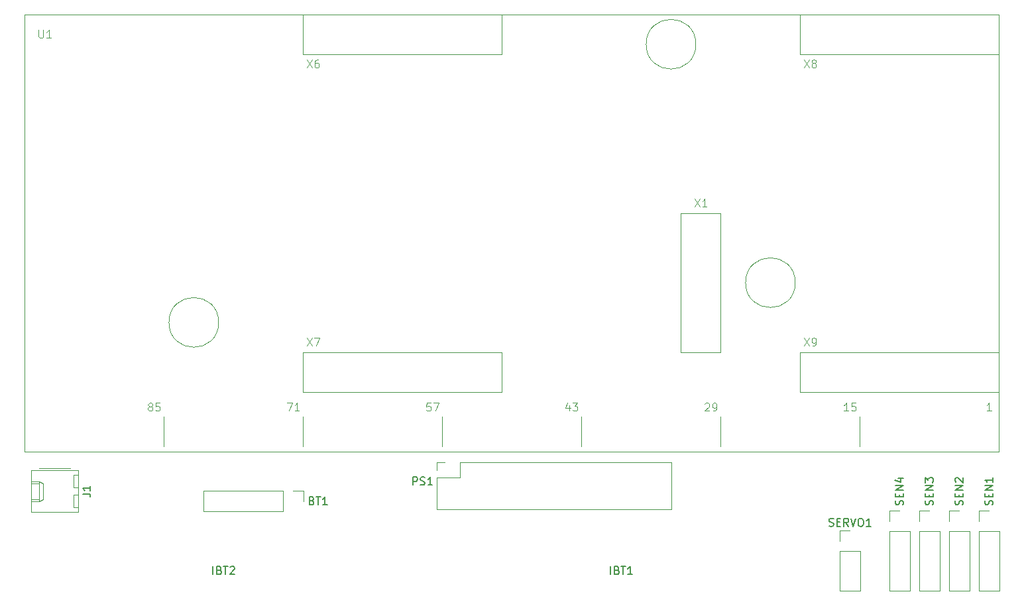
<source format=gto>
%TF.GenerationSoftware,KiCad,Pcbnew,8.0.7*%
%TF.CreationDate,2025-04-14T19:46:08-06:00*%
%TF.ProjectId,shield_r0.2,73686965-6c64-45f7-9230-2e322e6b6963,rev?*%
%TF.SameCoordinates,Original*%
%TF.FileFunction,Legend,Top*%
%TF.FilePolarity,Positive*%
%FSLAX46Y46*%
G04 Gerber Fmt 4.6, Leading zero omitted, Abs format (unit mm)*
G04 Created by KiCad (PCBNEW 8.0.7) date 2025-04-14 19:46:08*
%MOMM*%
%LPD*%
G01*
G04 APERTURE LIST*
%ADD10C,0.150000*%
%ADD11C,0.100000*%
%ADD12C,0.120000*%
G04 APERTURE END LIST*
D10*
X8654819Y-62563333D02*
X9369104Y-62563333D01*
X9369104Y-62563333D02*
X9511961Y-62610952D01*
X9511961Y-62610952D02*
X9607200Y-62706190D01*
X9607200Y-62706190D02*
X9654819Y-62849047D01*
X9654819Y-62849047D02*
X9654819Y-62944285D01*
X9654819Y-61563333D02*
X9654819Y-62134761D01*
X9654819Y-61849047D02*
X8654819Y-61849047D01*
X8654819Y-61849047D02*
X8797676Y-61944285D01*
X8797676Y-61944285D02*
X8892914Y-62039523D01*
X8892914Y-62039523D02*
X8940533Y-62134761D01*
X50855714Y-61414819D02*
X50855714Y-60414819D01*
X50855714Y-60414819D02*
X51236666Y-60414819D01*
X51236666Y-60414819D02*
X51331904Y-60462438D01*
X51331904Y-60462438D02*
X51379523Y-60510057D01*
X51379523Y-60510057D02*
X51427142Y-60605295D01*
X51427142Y-60605295D02*
X51427142Y-60748152D01*
X51427142Y-60748152D02*
X51379523Y-60843390D01*
X51379523Y-60843390D02*
X51331904Y-60891009D01*
X51331904Y-60891009D02*
X51236666Y-60938628D01*
X51236666Y-60938628D02*
X50855714Y-60938628D01*
X51808095Y-61367200D02*
X51950952Y-61414819D01*
X51950952Y-61414819D02*
X52189047Y-61414819D01*
X52189047Y-61414819D02*
X52284285Y-61367200D01*
X52284285Y-61367200D02*
X52331904Y-61319580D01*
X52331904Y-61319580D02*
X52379523Y-61224342D01*
X52379523Y-61224342D02*
X52379523Y-61129104D01*
X52379523Y-61129104D02*
X52331904Y-61033866D01*
X52331904Y-61033866D02*
X52284285Y-60986247D01*
X52284285Y-60986247D02*
X52189047Y-60938628D01*
X52189047Y-60938628D02*
X51998571Y-60891009D01*
X51998571Y-60891009D02*
X51903333Y-60843390D01*
X51903333Y-60843390D02*
X51855714Y-60795771D01*
X51855714Y-60795771D02*
X51808095Y-60700533D01*
X51808095Y-60700533D02*
X51808095Y-60605295D01*
X51808095Y-60605295D02*
X51855714Y-60510057D01*
X51855714Y-60510057D02*
X51903333Y-60462438D01*
X51903333Y-60462438D02*
X51998571Y-60414819D01*
X51998571Y-60414819D02*
X52236666Y-60414819D01*
X52236666Y-60414819D02*
X52379523Y-60462438D01*
X53331904Y-61414819D02*
X52760476Y-61414819D01*
X53046190Y-61414819D02*
X53046190Y-60414819D01*
X53046190Y-60414819D02*
X52950952Y-60557676D01*
X52950952Y-60557676D02*
X52855714Y-60652914D01*
X52855714Y-60652914D02*
X52760476Y-60700533D01*
X104013333Y-66657200D02*
X104156190Y-66704819D01*
X104156190Y-66704819D02*
X104394285Y-66704819D01*
X104394285Y-66704819D02*
X104489523Y-66657200D01*
X104489523Y-66657200D02*
X104537142Y-66609580D01*
X104537142Y-66609580D02*
X104584761Y-66514342D01*
X104584761Y-66514342D02*
X104584761Y-66419104D01*
X104584761Y-66419104D02*
X104537142Y-66323866D01*
X104537142Y-66323866D02*
X104489523Y-66276247D01*
X104489523Y-66276247D02*
X104394285Y-66228628D01*
X104394285Y-66228628D02*
X104203809Y-66181009D01*
X104203809Y-66181009D02*
X104108571Y-66133390D01*
X104108571Y-66133390D02*
X104060952Y-66085771D01*
X104060952Y-66085771D02*
X104013333Y-65990533D01*
X104013333Y-65990533D02*
X104013333Y-65895295D01*
X104013333Y-65895295D02*
X104060952Y-65800057D01*
X104060952Y-65800057D02*
X104108571Y-65752438D01*
X104108571Y-65752438D02*
X104203809Y-65704819D01*
X104203809Y-65704819D02*
X104441904Y-65704819D01*
X104441904Y-65704819D02*
X104584761Y-65752438D01*
X105013333Y-66181009D02*
X105346666Y-66181009D01*
X105489523Y-66704819D02*
X105013333Y-66704819D01*
X105013333Y-66704819D02*
X105013333Y-65704819D01*
X105013333Y-65704819D02*
X105489523Y-65704819D01*
X106489523Y-66704819D02*
X106156190Y-66228628D01*
X105918095Y-66704819D02*
X105918095Y-65704819D01*
X105918095Y-65704819D02*
X106299047Y-65704819D01*
X106299047Y-65704819D02*
X106394285Y-65752438D01*
X106394285Y-65752438D02*
X106441904Y-65800057D01*
X106441904Y-65800057D02*
X106489523Y-65895295D01*
X106489523Y-65895295D02*
X106489523Y-66038152D01*
X106489523Y-66038152D02*
X106441904Y-66133390D01*
X106441904Y-66133390D02*
X106394285Y-66181009D01*
X106394285Y-66181009D02*
X106299047Y-66228628D01*
X106299047Y-66228628D02*
X105918095Y-66228628D01*
X106775238Y-65704819D02*
X107108571Y-66704819D01*
X107108571Y-66704819D02*
X107441904Y-65704819D01*
X107965714Y-65704819D02*
X108156190Y-65704819D01*
X108156190Y-65704819D02*
X108251428Y-65752438D01*
X108251428Y-65752438D02*
X108346666Y-65847676D01*
X108346666Y-65847676D02*
X108394285Y-66038152D01*
X108394285Y-66038152D02*
X108394285Y-66371485D01*
X108394285Y-66371485D02*
X108346666Y-66561961D01*
X108346666Y-66561961D02*
X108251428Y-66657200D01*
X108251428Y-66657200D02*
X108156190Y-66704819D01*
X108156190Y-66704819D02*
X107965714Y-66704819D01*
X107965714Y-66704819D02*
X107870476Y-66657200D01*
X107870476Y-66657200D02*
X107775238Y-66561961D01*
X107775238Y-66561961D02*
X107727619Y-66371485D01*
X107727619Y-66371485D02*
X107727619Y-66038152D01*
X107727619Y-66038152D02*
X107775238Y-65847676D01*
X107775238Y-65847676D02*
X107870476Y-65752438D01*
X107870476Y-65752438D02*
X107965714Y-65704819D01*
X109346666Y-66704819D02*
X108775238Y-66704819D01*
X109060952Y-66704819D02*
X109060952Y-65704819D01*
X109060952Y-65704819D02*
X108965714Y-65847676D01*
X108965714Y-65847676D02*
X108870476Y-65942914D01*
X108870476Y-65942914D02*
X108775238Y-65990533D01*
D11*
X3048095Y-3267419D02*
X3048095Y-4076942D01*
X3048095Y-4076942D02*
X3095714Y-4172180D01*
X3095714Y-4172180D02*
X3143333Y-4219800D01*
X3143333Y-4219800D02*
X3238571Y-4267419D01*
X3238571Y-4267419D02*
X3429047Y-4267419D01*
X3429047Y-4267419D02*
X3524285Y-4219800D01*
X3524285Y-4219800D02*
X3571904Y-4172180D01*
X3571904Y-4172180D02*
X3619523Y-4076942D01*
X3619523Y-4076942D02*
X3619523Y-3267419D01*
X4619523Y-4267419D02*
X4048095Y-4267419D01*
X4333809Y-4267419D02*
X4333809Y-3267419D01*
X4333809Y-3267419D02*
X4238571Y-3410276D01*
X4238571Y-3410276D02*
X4143333Y-3505514D01*
X4143333Y-3505514D02*
X4048095Y-3553133D01*
X53101904Y-50942419D02*
X52625714Y-50942419D01*
X52625714Y-50942419D02*
X52578095Y-51418609D01*
X52578095Y-51418609D02*
X52625714Y-51370990D01*
X52625714Y-51370990D02*
X52720952Y-51323371D01*
X52720952Y-51323371D02*
X52959047Y-51323371D01*
X52959047Y-51323371D02*
X53054285Y-51370990D01*
X53054285Y-51370990D02*
X53101904Y-51418609D01*
X53101904Y-51418609D02*
X53149523Y-51513847D01*
X53149523Y-51513847D02*
X53149523Y-51751942D01*
X53149523Y-51751942D02*
X53101904Y-51847180D01*
X53101904Y-51847180D02*
X53054285Y-51894800D01*
X53054285Y-51894800D02*
X52959047Y-51942419D01*
X52959047Y-51942419D02*
X52720952Y-51942419D01*
X52720952Y-51942419D02*
X52625714Y-51894800D01*
X52625714Y-51894800D02*
X52578095Y-51847180D01*
X53482857Y-50942419D02*
X54149523Y-50942419D01*
X54149523Y-50942419D02*
X53720952Y-51942419D01*
X86820476Y-24857419D02*
X87487142Y-25857419D01*
X87487142Y-24857419D02*
X86820476Y-25857419D01*
X88391904Y-25857419D02*
X87820476Y-25857419D01*
X88106190Y-25857419D02*
X88106190Y-24857419D01*
X88106190Y-24857419D02*
X88010952Y-25000276D01*
X88010952Y-25000276D02*
X87915714Y-25095514D01*
X87915714Y-25095514D02*
X87820476Y-25143133D01*
X124745714Y-51942419D02*
X124174286Y-51942419D01*
X124460000Y-51942419D02*
X124460000Y-50942419D01*
X124460000Y-50942419D02*
X124364762Y-51085276D01*
X124364762Y-51085276D02*
X124269524Y-51180514D01*
X124269524Y-51180514D02*
X124174286Y-51228133D01*
X37290476Y-42637419D02*
X37957142Y-43637419D01*
X37957142Y-42637419D02*
X37290476Y-43637419D01*
X38242857Y-42637419D02*
X38909523Y-42637419D01*
X38909523Y-42637419D02*
X38480952Y-43637419D01*
X34750476Y-50942419D02*
X35417142Y-50942419D01*
X35417142Y-50942419D02*
X34988571Y-51942419D01*
X36321904Y-51942419D02*
X35750476Y-51942419D01*
X36036190Y-51942419D02*
X36036190Y-50942419D01*
X36036190Y-50942419D02*
X35940952Y-51085276D01*
X35940952Y-51085276D02*
X35845714Y-51180514D01*
X35845714Y-51180514D02*
X35750476Y-51228133D01*
X100790476Y-42637419D02*
X101457142Y-43637419D01*
X101457142Y-42637419D02*
X100790476Y-43637419D01*
X101885714Y-43637419D02*
X102076190Y-43637419D01*
X102076190Y-43637419D02*
X102171428Y-43589800D01*
X102171428Y-43589800D02*
X102219047Y-43542180D01*
X102219047Y-43542180D02*
X102314285Y-43399323D01*
X102314285Y-43399323D02*
X102361904Y-43208847D01*
X102361904Y-43208847D02*
X102361904Y-42827895D01*
X102361904Y-42827895D02*
X102314285Y-42732657D01*
X102314285Y-42732657D02*
X102266666Y-42685038D01*
X102266666Y-42685038D02*
X102171428Y-42637419D01*
X102171428Y-42637419D02*
X101980952Y-42637419D01*
X101980952Y-42637419D02*
X101885714Y-42685038D01*
X101885714Y-42685038D02*
X101838095Y-42732657D01*
X101838095Y-42732657D02*
X101790476Y-42827895D01*
X101790476Y-42827895D02*
X101790476Y-43065990D01*
X101790476Y-43065990D02*
X101838095Y-43161228D01*
X101838095Y-43161228D02*
X101885714Y-43208847D01*
X101885714Y-43208847D02*
X101980952Y-43256466D01*
X101980952Y-43256466D02*
X102171428Y-43256466D01*
X102171428Y-43256466D02*
X102266666Y-43208847D01*
X102266666Y-43208847D02*
X102314285Y-43161228D01*
X102314285Y-43161228D02*
X102361904Y-43065990D01*
X100790476Y-7077419D02*
X101457142Y-8077419D01*
X101457142Y-7077419D02*
X100790476Y-8077419D01*
X101980952Y-7505990D02*
X101885714Y-7458371D01*
X101885714Y-7458371D02*
X101838095Y-7410752D01*
X101838095Y-7410752D02*
X101790476Y-7315514D01*
X101790476Y-7315514D02*
X101790476Y-7267895D01*
X101790476Y-7267895D02*
X101838095Y-7172657D01*
X101838095Y-7172657D02*
X101885714Y-7125038D01*
X101885714Y-7125038D02*
X101980952Y-7077419D01*
X101980952Y-7077419D02*
X102171428Y-7077419D01*
X102171428Y-7077419D02*
X102266666Y-7125038D01*
X102266666Y-7125038D02*
X102314285Y-7172657D01*
X102314285Y-7172657D02*
X102361904Y-7267895D01*
X102361904Y-7267895D02*
X102361904Y-7315514D01*
X102361904Y-7315514D02*
X102314285Y-7410752D01*
X102314285Y-7410752D02*
X102266666Y-7458371D01*
X102266666Y-7458371D02*
X102171428Y-7505990D01*
X102171428Y-7505990D02*
X101980952Y-7505990D01*
X101980952Y-7505990D02*
X101885714Y-7553609D01*
X101885714Y-7553609D02*
X101838095Y-7601228D01*
X101838095Y-7601228D02*
X101790476Y-7696466D01*
X101790476Y-7696466D02*
X101790476Y-7886942D01*
X101790476Y-7886942D02*
X101838095Y-7982180D01*
X101838095Y-7982180D02*
X101885714Y-8029800D01*
X101885714Y-8029800D02*
X101980952Y-8077419D01*
X101980952Y-8077419D02*
X102171428Y-8077419D01*
X102171428Y-8077419D02*
X102266666Y-8029800D01*
X102266666Y-8029800D02*
X102314285Y-7982180D01*
X102314285Y-7982180D02*
X102361904Y-7886942D01*
X102361904Y-7886942D02*
X102361904Y-7696466D01*
X102361904Y-7696466D02*
X102314285Y-7601228D01*
X102314285Y-7601228D02*
X102266666Y-7553609D01*
X102266666Y-7553609D02*
X102171428Y-7505990D01*
X37290476Y-7077419D02*
X37957142Y-8077419D01*
X37957142Y-7077419D02*
X37290476Y-8077419D01*
X38766666Y-7077419D02*
X38576190Y-7077419D01*
X38576190Y-7077419D02*
X38480952Y-7125038D01*
X38480952Y-7125038D02*
X38433333Y-7172657D01*
X38433333Y-7172657D02*
X38338095Y-7315514D01*
X38338095Y-7315514D02*
X38290476Y-7505990D01*
X38290476Y-7505990D02*
X38290476Y-7886942D01*
X38290476Y-7886942D02*
X38338095Y-7982180D01*
X38338095Y-7982180D02*
X38385714Y-8029800D01*
X38385714Y-8029800D02*
X38480952Y-8077419D01*
X38480952Y-8077419D02*
X38671428Y-8077419D01*
X38671428Y-8077419D02*
X38766666Y-8029800D01*
X38766666Y-8029800D02*
X38814285Y-7982180D01*
X38814285Y-7982180D02*
X38861904Y-7886942D01*
X38861904Y-7886942D02*
X38861904Y-7648847D01*
X38861904Y-7648847D02*
X38814285Y-7553609D01*
X38814285Y-7553609D02*
X38766666Y-7505990D01*
X38766666Y-7505990D02*
X38671428Y-7458371D01*
X38671428Y-7458371D02*
X38480952Y-7458371D01*
X38480952Y-7458371D02*
X38385714Y-7505990D01*
X38385714Y-7505990D02*
X38338095Y-7553609D01*
X38338095Y-7553609D02*
X38290476Y-7648847D01*
X106489523Y-51942419D02*
X105918095Y-51942419D01*
X106203809Y-51942419D02*
X106203809Y-50942419D01*
X106203809Y-50942419D02*
X106108571Y-51085276D01*
X106108571Y-51085276D02*
X106013333Y-51180514D01*
X106013333Y-51180514D02*
X105918095Y-51228133D01*
X107394285Y-50942419D02*
X106918095Y-50942419D01*
X106918095Y-50942419D02*
X106870476Y-51418609D01*
X106870476Y-51418609D02*
X106918095Y-51370990D01*
X106918095Y-51370990D02*
X107013333Y-51323371D01*
X107013333Y-51323371D02*
X107251428Y-51323371D01*
X107251428Y-51323371D02*
X107346666Y-51370990D01*
X107346666Y-51370990D02*
X107394285Y-51418609D01*
X107394285Y-51418609D02*
X107441904Y-51513847D01*
X107441904Y-51513847D02*
X107441904Y-51751942D01*
X107441904Y-51751942D02*
X107394285Y-51847180D01*
X107394285Y-51847180D02*
X107346666Y-51894800D01*
X107346666Y-51894800D02*
X107251428Y-51942419D01*
X107251428Y-51942419D02*
X107013333Y-51942419D01*
X107013333Y-51942419D02*
X106918095Y-51894800D01*
X106918095Y-51894800D02*
X106870476Y-51847180D01*
X88138095Y-51037657D02*
X88185714Y-50990038D01*
X88185714Y-50990038D02*
X88280952Y-50942419D01*
X88280952Y-50942419D02*
X88519047Y-50942419D01*
X88519047Y-50942419D02*
X88614285Y-50990038D01*
X88614285Y-50990038D02*
X88661904Y-51037657D01*
X88661904Y-51037657D02*
X88709523Y-51132895D01*
X88709523Y-51132895D02*
X88709523Y-51228133D01*
X88709523Y-51228133D02*
X88661904Y-51370990D01*
X88661904Y-51370990D02*
X88090476Y-51942419D01*
X88090476Y-51942419D02*
X88709523Y-51942419D01*
X89185714Y-51942419D02*
X89376190Y-51942419D01*
X89376190Y-51942419D02*
X89471428Y-51894800D01*
X89471428Y-51894800D02*
X89519047Y-51847180D01*
X89519047Y-51847180D02*
X89614285Y-51704323D01*
X89614285Y-51704323D02*
X89661904Y-51513847D01*
X89661904Y-51513847D02*
X89661904Y-51132895D01*
X89661904Y-51132895D02*
X89614285Y-51037657D01*
X89614285Y-51037657D02*
X89566666Y-50990038D01*
X89566666Y-50990038D02*
X89471428Y-50942419D01*
X89471428Y-50942419D02*
X89280952Y-50942419D01*
X89280952Y-50942419D02*
X89185714Y-50990038D01*
X89185714Y-50990038D02*
X89138095Y-51037657D01*
X89138095Y-51037657D02*
X89090476Y-51132895D01*
X89090476Y-51132895D02*
X89090476Y-51370990D01*
X89090476Y-51370990D02*
X89138095Y-51466228D01*
X89138095Y-51466228D02*
X89185714Y-51513847D01*
X89185714Y-51513847D02*
X89280952Y-51561466D01*
X89280952Y-51561466D02*
X89471428Y-51561466D01*
X89471428Y-51561466D02*
X89566666Y-51513847D01*
X89566666Y-51513847D02*
X89614285Y-51466228D01*
X89614285Y-51466228D02*
X89661904Y-51370990D01*
X70834285Y-51275752D02*
X70834285Y-51942419D01*
X70596190Y-50894800D02*
X70358095Y-51609085D01*
X70358095Y-51609085D02*
X70977142Y-51609085D01*
X71262857Y-50942419D02*
X71881904Y-50942419D01*
X71881904Y-50942419D02*
X71548571Y-51323371D01*
X71548571Y-51323371D02*
X71691428Y-51323371D01*
X71691428Y-51323371D02*
X71786666Y-51370990D01*
X71786666Y-51370990D02*
X71834285Y-51418609D01*
X71834285Y-51418609D02*
X71881904Y-51513847D01*
X71881904Y-51513847D02*
X71881904Y-51751942D01*
X71881904Y-51751942D02*
X71834285Y-51847180D01*
X71834285Y-51847180D02*
X71786666Y-51894800D01*
X71786666Y-51894800D02*
X71691428Y-51942419D01*
X71691428Y-51942419D02*
X71405714Y-51942419D01*
X71405714Y-51942419D02*
X71310476Y-51894800D01*
X71310476Y-51894800D02*
X71262857Y-51847180D01*
X17208571Y-51370990D02*
X17113333Y-51323371D01*
X17113333Y-51323371D02*
X17065714Y-51275752D01*
X17065714Y-51275752D02*
X17018095Y-51180514D01*
X17018095Y-51180514D02*
X17018095Y-51132895D01*
X17018095Y-51132895D02*
X17065714Y-51037657D01*
X17065714Y-51037657D02*
X17113333Y-50990038D01*
X17113333Y-50990038D02*
X17208571Y-50942419D01*
X17208571Y-50942419D02*
X17399047Y-50942419D01*
X17399047Y-50942419D02*
X17494285Y-50990038D01*
X17494285Y-50990038D02*
X17541904Y-51037657D01*
X17541904Y-51037657D02*
X17589523Y-51132895D01*
X17589523Y-51132895D02*
X17589523Y-51180514D01*
X17589523Y-51180514D02*
X17541904Y-51275752D01*
X17541904Y-51275752D02*
X17494285Y-51323371D01*
X17494285Y-51323371D02*
X17399047Y-51370990D01*
X17399047Y-51370990D02*
X17208571Y-51370990D01*
X17208571Y-51370990D02*
X17113333Y-51418609D01*
X17113333Y-51418609D02*
X17065714Y-51466228D01*
X17065714Y-51466228D02*
X17018095Y-51561466D01*
X17018095Y-51561466D02*
X17018095Y-51751942D01*
X17018095Y-51751942D02*
X17065714Y-51847180D01*
X17065714Y-51847180D02*
X17113333Y-51894800D01*
X17113333Y-51894800D02*
X17208571Y-51942419D01*
X17208571Y-51942419D02*
X17399047Y-51942419D01*
X17399047Y-51942419D02*
X17494285Y-51894800D01*
X17494285Y-51894800D02*
X17541904Y-51847180D01*
X17541904Y-51847180D02*
X17589523Y-51751942D01*
X17589523Y-51751942D02*
X17589523Y-51561466D01*
X17589523Y-51561466D02*
X17541904Y-51466228D01*
X17541904Y-51466228D02*
X17494285Y-51418609D01*
X17494285Y-51418609D02*
X17399047Y-51370990D01*
X18494285Y-50942419D02*
X18018095Y-50942419D01*
X18018095Y-50942419D02*
X17970476Y-51418609D01*
X17970476Y-51418609D02*
X18018095Y-51370990D01*
X18018095Y-51370990D02*
X18113333Y-51323371D01*
X18113333Y-51323371D02*
X18351428Y-51323371D01*
X18351428Y-51323371D02*
X18446666Y-51370990D01*
X18446666Y-51370990D02*
X18494285Y-51418609D01*
X18494285Y-51418609D02*
X18541904Y-51513847D01*
X18541904Y-51513847D02*
X18541904Y-51751942D01*
X18541904Y-51751942D02*
X18494285Y-51847180D01*
X18494285Y-51847180D02*
X18446666Y-51894800D01*
X18446666Y-51894800D02*
X18351428Y-51942419D01*
X18351428Y-51942419D02*
X18113333Y-51942419D01*
X18113333Y-51942419D02*
X18018095Y-51894800D01*
X18018095Y-51894800D02*
X17970476Y-51847180D01*
D10*
X121057200Y-63968094D02*
X121104819Y-63825237D01*
X121104819Y-63825237D02*
X121104819Y-63587142D01*
X121104819Y-63587142D02*
X121057200Y-63491904D01*
X121057200Y-63491904D02*
X121009580Y-63444285D01*
X121009580Y-63444285D02*
X120914342Y-63396666D01*
X120914342Y-63396666D02*
X120819104Y-63396666D01*
X120819104Y-63396666D02*
X120723866Y-63444285D01*
X120723866Y-63444285D02*
X120676247Y-63491904D01*
X120676247Y-63491904D02*
X120628628Y-63587142D01*
X120628628Y-63587142D02*
X120581009Y-63777618D01*
X120581009Y-63777618D02*
X120533390Y-63872856D01*
X120533390Y-63872856D02*
X120485771Y-63920475D01*
X120485771Y-63920475D02*
X120390533Y-63968094D01*
X120390533Y-63968094D02*
X120295295Y-63968094D01*
X120295295Y-63968094D02*
X120200057Y-63920475D01*
X120200057Y-63920475D02*
X120152438Y-63872856D01*
X120152438Y-63872856D02*
X120104819Y-63777618D01*
X120104819Y-63777618D02*
X120104819Y-63539523D01*
X120104819Y-63539523D02*
X120152438Y-63396666D01*
X120581009Y-62968094D02*
X120581009Y-62634761D01*
X121104819Y-62491904D02*
X121104819Y-62968094D01*
X121104819Y-62968094D02*
X120104819Y-62968094D01*
X120104819Y-62968094D02*
X120104819Y-62491904D01*
X121104819Y-62063332D02*
X120104819Y-62063332D01*
X120104819Y-62063332D02*
X121104819Y-61491904D01*
X121104819Y-61491904D02*
X120104819Y-61491904D01*
X120200057Y-61063332D02*
X120152438Y-61015713D01*
X120152438Y-61015713D02*
X120104819Y-60920475D01*
X120104819Y-60920475D02*
X120104819Y-60682380D01*
X120104819Y-60682380D02*
X120152438Y-60587142D01*
X120152438Y-60587142D02*
X120200057Y-60539523D01*
X120200057Y-60539523D02*
X120295295Y-60491904D01*
X120295295Y-60491904D02*
X120390533Y-60491904D01*
X120390533Y-60491904D02*
X120533390Y-60539523D01*
X120533390Y-60539523D02*
X121104819Y-61110951D01*
X121104819Y-61110951D02*
X121104819Y-60491904D01*
X113437200Y-63968094D02*
X113484819Y-63825237D01*
X113484819Y-63825237D02*
X113484819Y-63587142D01*
X113484819Y-63587142D02*
X113437200Y-63491904D01*
X113437200Y-63491904D02*
X113389580Y-63444285D01*
X113389580Y-63444285D02*
X113294342Y-63396666D01*
X113294342Y-63396666D02*
X113199104Y-63396666D01*
X113199104Y-63396666D02*
X113103866Y-63444285D01*
X113103866Y-63444285D02*
X113056247Y-63491904D01*
X113056247Y-63491904D02*
X113008628Y-63587142D01*
X113008628Y-63587142D02*
X112961009Y-63777618D01*
X112961009Y-63777618D02*
X112913390Y-63872856D01*
X112913390Y-63872856D02*
X112865771Y-63920475D01*
X112865771Y-63920475D02*
X112770533Y-63968094D01*
X112770533Y-63968094D02*
X112675295Y-63968094D01*
X112675295Y-63968094D02*
X112580057Y-63920475D01*
X112580057Y-63920475D02*
X112532438Y-63872856D01*
X112532438Y-63872856D02*
X112484819Y-63777618D01*
X112484819Y-63777618D02*
X112484819Y-63539523D01*
X112484819Y-63539523D02*
X112532438Y-63396666D01*
X112961009Y-62968094D02*
X112961009Y-62634761D01*
X113484819Y-62491904D02*
X113484819Y-62968094D01*
X113484819Y-62968094D02*
X112484819Y-62968094D01*
X112484819Y-62968094D02*
X112484819Y-62491904D01*
X113484819Y-62063332D02*
X112484819Y-62063332D01*
X112484819Y-62063332D02*
X113484819Y-61491904D01*
X113484819Y-61491904D02*
X112484819Y-61491904D01*
X112818152Y-60587142D02*
X113484819Y-60587142D01*
X112437200Y-60825237D02*
X113151485Y-61063332D01*
X113151485Y-61063332D02*
X113151485Y-60444285D01*
X124867200Y-63968094D02*
X124914819Y-63825237D01*
X124914819Y-63825237D02*
X124914819Y-63587142D01*
X124914819Y-63587142D02*
X124867200Y-63491904D01*
X124867200Y-63491904D02*
X124819580Y-63444285D01*
X124819580Y-63444285D02*
X124724342Y-63396666D01*
X124724342Y-63396666D02*
X124629104Y-63396666D01*
X124629104Y-63396666D02*
X124533866Y-63444285D01*
X124533866Y-63444285D02*
X124486247Y-63491904D01*
X124486247Y-63491904D02*
X124438628Y-63587142D01*
X124438628Y-63587142D02*
X124391009Y-63777618D01*
X124391009Y-63777618D02*
X124343390Y-63872856D01*
X124343390Y-63872856D02*
X124295771Y-63920475D01*
X124295771Y-63920475D02*
X124200533Y-63968094D01*
X124200533Y-63968094D02*
X124105295Y-63968094D01*
X124105295Y-63968094D02*
X124010057Y-63920475D01*
X124010057Y-63920475D02*
X123962438Y-63872856D01*
X123962438Y-63872856D02*
X123914819Y-63777618D01*
X123914819Y-63777618D02*
X123914819Y-63539523D01*
X123914819Y-63539523D02*
X123962438Y-63396666D01*
X124391009Y-62968094D02*
X124391009Y-62634761D01*
X124914819Y-62491904D02*
X124914819Y-62968094D01*
X124914819Y-62968094D02*
X123914819Y-62968094D01*
X123914819Y-62968094D02*
X123914819Y-62491904D01*
X124914819Y-62063332D02*
X123914819Y-62063332D01*
X123914819Y-62063332D02*
X124914819Y-61491904D01*
X124914819Y-61491904D02*
X123914819Y-61491904D01*
X124914819Y-60491904D02*
X124914819Y-61063332D01*
X124914819Y-60777618D02*
X123914819Y-60777618D01*
X123914819Y-60777618D02*
X124057676Y-60872856D01*
X124057676Y-60872856D02*
X124152914Y-60968094D01*
X124152914Y-60968094D02*
X124200533Y-61063332D01*
X117247200Y-63968094D02*
X117294819Y-63825237D01*
X117294819Y-63825237D02*
X117294819Y-63587142D01*
X117294819Y-63587142D02*
X117247200Y-63491904D01*
X117247200Y-63491904D02*
X117199580Y-63444285D01*
X117199580Y-63444285D02*
X117104342Y-63396666D01*
X117104342Y-63396666D02*
X117009104Y-63396666D01*
X117009104Y-63396666D02*
X116913866Y-63444285D01*
X116913866Y-63444285D02*
X116866247Y-63491904D01*
X116866247Y-63491904D02*
X116818628Y-63587142D01*
X116818628Y-63587142D02*
X116771009Y-63777618D01*
X116771009Y-63777618D02*
X116723390Y-63872856D01*
X116723390Y-63872856D02*
X116675771Y-63920475D01*
X116675771Y-63920475D02*
X116580533Y-63968094D01*
X116580533Y-63968094D02*
X116485295Y-63968094D01*
X116485295Y-63968094D02*
X116390057Y-63920475D01*
X116390057Y-63920475D02*
X116342438Y-63872856D01*
X116342438Y-63872856D02*
X116294819Y-63777618D01*
X116294819Y-63777618D02*
X116294819Y-63539523D01*
X116294819Y-63539523D02*
X116342438Y-63396666D01*
X116771009Y-62968094D02*
X116771009Y-62634761D01*
X117294819Y-62491904D02*
X117294819Y-62968094D01*
X117294819Y-62968094D02*
X116294819Y-62968094D01*
X116294819Y-62968094D02*
X116294819Y-62491904D01*
X117294819Y-62063332D02*
X116294819Y-62063332D01*
X116294819Y-62063332D02*
X117294819Y-61491904D01*
X117294819Y-61491904D02*
X116294819Y-61491904D01*
X116294819Y-61110951D02*
X116294819Y-60491904D01*
X116294819Y-60491904D02*
X116675771Y-60825237D01*
X116675771Y-60825237D02*
X116675771Y-60682380D01*
X116675771Y-60682380D02*
X116723390Y-60587142D01*
X116723390Y-60587142D02*
X116771009Y-60539523D01*
X116771009Y-60539523D02*
X116866247Y-60491904D01*
X116866247Y-60491904D02*
X117104342Y-60491904D01*
X117104342Y-60491904D02*
X117199580Y-60539523D01*
X117199580Y-60539523D02*
X117247200Y-60587142D01*
X117247200Y-60587142D02*
X117294819Y-60682380D01*
X117294819Y-60682380D02*
X117294819Y-60968094D01*
X117294819Y-60968094D02*
X117247200Y-61063332D01*
X117247200Y-61063332D02*
X117199580Y-61110951D01*
X37949285Y-63431009D02*
X38092142Y-63478628D01*
X38092142Y-63478628D02*
X38139761Y-63526247D01*
X38139761Y-63526247D02*
X38187380Y-63621485D01*
X38187380Y-63621485D02*
X38187380Y-63764342D01*
X38187380Y-63764342D02*
X38139761Y-63859580D01*
X38139761Y-63859580D02*
X38092142Y-63907200D01*
X38092142Y-63907200D02*
X37996904Y-63954819D01*
X37996904Y-63954819D02*
X37615952Y-63954819D01*
X37615952Y-63954819D02*
X37615952Y-62954819D01*
X37615952Y-62954819D02*
X37949285Y-62954819D01*
X37949285Y-62954819D02*
X38044523Y-63002438D01*
X38044523Y-63002438D02*
X38092142Y-63050057D01*
X38092142Y-63050057D02*
X38139761Y-63145295D01*
X38139761Y-63145295D02*
X38139761Y-63240533D01*
X38139761Y-63240533D02*
X38092142Y-63335771D01*
X38092142Y-63335771D02*
X38044523Y-63383390D01*
X38044523Y-63383390D02*
X37949285Y-63431009D01*
X37949285Y-63431009D02*
X37615952Y-63431009D01*
X38473095Y-62954819D02*
X39044523Y-62954819D01*
X38758809Y-63954819D02*
X38758809Y-62954819D01*
X39901666Y-63954819D02*
X39330238Y-63954819D01*
X39615952Y-63954819D02*
X39615952Y-62954819D01*
X39615952Y-62954819D02*
X39520714Y-63097676D01*
X39520714Y-63097676D02*
X39425476Y-63192914D01*
X39425476Y-63192914D02*
X39330238Y-63240533D01*
X76112857Y-72844819D02*
X76112857Y-71844819D01*
X76922380Y-72321009D02*
X77065237Y-72368628D01*
X77065237Y-72368628D02*
X77112856Y-72416247D01*
X77112856Y-72416247D02*
X77160475Y-72511485D01*
X77160475Y-72511485D02*
X77160475Y-72654342D01*
X77160475Y-72654342D02*
X77112856Y-72749580D01*
X77112856Y-72749580D02*
X77065237Y-72797200D01*
X77065237Y-72797200D02*
X76969999Y-72844819D01*
X76969999Y-72844819D02*
X76589047Y-72844819D01*
X76589047Y-72844819D02*
X76589047Y-71844819D01*
X76589047Y-71844819D02*
X76922380Y-71844819D01*
X76922380Y-71844819D02*
X77017618Y-71892438D01*
X77017618Y-71892438D02*
X77065237Y-71940057D01*
X77065237Y-71940057D02*
X77112856Y-72035295D01*
X77112856Y-72035295D02*
X77112856Y-72130533D01*
X77112856Y-72130533D02*
X77065237Y-72225771D01*
X77065237Y-72225771D02*
X77017618Y-72273390D01*
X77017618Y-72273390D02*
X76922380Y-72321009D01*
X76922380Y-72321009D02*
X76589047Y-72321009D01*
X77446190Y-71844819D02*
X78017618Y-71844819D01*
X77731904Y-72844819D02*
X77731904Y-71844819D01*
X78874761Y-72844819D02*
X78303333Y-72844819D01*
X78589047Y-72844819D02*
X78589047Y-71844819D01*
X78589047Y-71844819D02*
X78493809Y-71987676D01*
X78493809Y-71987676D02*
X78398571Y-72082914D01*
X78398571Y-72082914D02*
X78303333Y-72130533D01*
X25312857Y-72844819D02*
X25312857Y-71844819D01*
X26122380Y-72321009D02*
X26265237Y-72368628D01*
X26265237Y-72368628D02*
X26312856Y-72416247D01*
X26312856Y-72416247D02*
X26360475Y-72511485D01*
X26360475Y-72511485D02*
X26360475Y-72654342D01*
X26360475Y-72654342D02*
X26312856Y-72749580D01*
X26312856Y-72749580D02*
X26265237Y-72797200D01*
X26265237Y-72797200D02*
X26169999Y-72844819D01*
X26169999Y-72844819D02*
X25789047Y-72844819D01*
X25789047Y-72844819D02*
X25789047Y-71844819D01*
X25789047Y-71844819D02*
X26122380Y-71844819D01*
X26122380Y-71844819D02*
X26217618Y-71892438D01*
X26217618Y-71892438D02*
X26265237Y-71940057D01*
X26265237Y-71940057D02*
X26312856Y-72035295D01*
X26312856Y-72035295D02*
X26312856Y-72130533D01*
X26312856Y-72130533D02*
X26265237Y-72225771D01*
X26265237Y-72225771D02*
X26217618Y-72273390D01*
X26217618Y-72273390D02*
X26122380Y-72321009D01*
X26122380Y-72321009D02*
X25789047Y-72321009D01*
X26646190Y-71844819D02*
X27217618Y-71844819D01*
X26931904Y-72844819D02*
X26931904Y-71844819D01*
X27503333Y-71940057D02*
X27550952Y-71892438D01*
X27550952Y-71892438D02*
X27646190Y-71844819D01*
X27646190Y-71844819D02*
X27884285Y-71844819D01*
X27884285Y-71844819D02*
X27979523Y-71892438D01*
X27979523Y-71892438D02*
X28027142Y-71940057D01*
X28027142Y-71940057D02*
X28074761Y-72035295D01*
X28074761Y-72035295D02*
X28074761Y-72130533D01*
X28074761Y-72130533D02*
X28027142Y-72273390D01*
X28027142Y-72273390D02*
X27455714Y-72844819D01*
X27455714Y-72844819D02*
X28074761Y-72844819D01*
D12*
%TO.C,J1*%
X7080000Y-59290000D02*
X3080000Y-59290000D01*
X8110000Y-59580000D02*
X2090000Y-59580000D01*
X2090000Y-59580000D02*
X2090000Y-64880000D01*
X8110000Y-60160000D02*
X7510000Y-60160000D01*
X7510000Y-60160000D02*
X7510000Y-61760000D01*
X3090000Y-60960000D02*
X3620000Y-61210000D01*
X3090000Y-60960000D02*
X3090000Y-63500000D01*
X2090000Y-60960000D02*
X3090000Y-60960000D01*
X3620000Y-61210000D02*
X3620000Y-63250000D01*
X2090000Y-61210000D02*
X3090000Y-61210000D01*
X7510000Y-61760000D02*
X8110000Y-61760000D01*
X8110000Y-62700000D02*
X7510000Y-62700000D01*
X7510000Y-62700000D02*
X7510000Y-64300000D01*
X3620000Y-63250000D02*
X3090000Y-63500000D01*
X2090000Y-63250000D02*
X3090000Y-63250000D01*
X3090000Y-63500000D02*
X2090000Y-63500000D01*
X7510000Y-64300000D02*
X8110000Y-64300000D01*
X8110000Y-64880000D02*
X8110000Y-59580000D01*
X2090000Y-64880000D02*
X8110000Y-64880000D01*
%TO.C,PS1*%
X83880000Y-58500000D02*
X83880000Y-64500000D01*
X56880000Y-60500000D02*
X56880000Y-58500000D01*
X56880000Y-58500000D02*
X83880000Y-58500000D01*
X53880000Y-64500000D02*
X83880000Y-64500000D01*
X53880000Y-60500000D02*
X56880000Y-60500000D01*
X53880000Y-60500000D02*
X53880000Y-64500000D01*
X53880000Y-59500000D02*
X53880000Y-58500000D01*
X53880000Y-58500000D02*
X54880000Y-58500000D01*
%TO.C,SERVO1*%
X108010000Y-69850000D02*
X108010000Y-74990000D01*
X105350000Y-74990000D02*
X108010000Y-74990000D01*
X105350000Y-69850000D02*
X108010000Y-69850000D01*
X105350000Y-69850000D02*
X105350000Y-74990000D01*
X105350000Y-68580000D02*
X105350000Y-67250000D01*
X105350000Y-67250000D02*
X106680000Y-67250000D01*
D11*
%TO.C,U1*%
X19050000Y-56515000D02*
X19050000Y-52705000D01*
X36830000Y-56515000D02*
X36830000Y-52705000D01*
X54610000Y-56515000D02*
X54610000Y-52705000D01*
X72390000Y-56515000D02*
X72390000Y-52705000D01*
X90170000Y-56515000D02*
X90170000Y-52705000D01*
X107950000Y-56515000D02*
X107950000Y-52705000D01*
X1270000Y-1270000D02*
X125730000Y-1270000D01*
X125730000Y-57150000D01*
X1270000Y-57150000D01*
X1270000Y-1270000D01*
X36830000Y-1270000D02*
X62230000Y-1270000D01*
X62230000Y-6350000D01*
X36830000Y-6350000D01*
X36830000Y-1270000D01*
X36830000Y-44450000D02*
X62230000Y-44450000D01*
X62230000Y-49530000D01*
X36830000Y-49530000D01*
X36830000Y-44450000D01*
X85090000Y-26670000D02*
X90170000Y-26670000D01*
X90170000Y-44450000D01*
X85090000Y-44450000D01*
X85090000Y-26670000D01*
X100330000Y-1270000D02*
X125730000Y-1270000D01*
X125730000Y-6350000D01*
X100330000Y-6350000D01*
X100330000Y-1270000D01*
X100330000Y-44450000D02*
X125730000Y-44450000D01*
X125730000Y-49530000D01*
X100330000Y-49530000D01*
X100330000Y-44450000D01*
X26035000Y-40640000D02*
G75*
G02*
X19685000Y-40640000I-3175000J0D01*
G01*
X19685000Y-40640000D02*
G75*
G02*
X26035000Y-40640000I3175000J0D01*
G01*
X86995000Y-5080000D02*
G75*
G02*
X80645000Y-5080000I-3175000J0D01*
G01*
X80645000Y-5080000D02*
G75*
G02*
X86995000Y-5080000I3175000J0D01*
G01*
X99695000Y-35560000D02*
G75*
G02*
X93345000Y-35560000I-3175000J0D01*
G01*
X93345000Y-35560000D02*
G75*
G02*
X99695000Y-35560000I3175000J0D01*
G01*
D12*
%TO.C,SEN2*%
X119320000Y-64710000D02*
X120650000Y-64710000D01*
X119320000Y-66040000D02*
X119320000Y-64710000D01*
X119320000Y-67310000D02*
X119320000Y-74990000D01*
X119320000Y-67310000D02*
X121980000Y-67310000D01*
X119320000Y-74990000D02*
X121980000Y-74990000D01*
X121980000Y-67310000D02*
X121980000Y-74990000D01*
%TO.C,SEN4*%
X111700000Y-64710000D02*
X113030000Y-64710000D01*
X111700000Y-66040000D02*
X111700000Y-64710000D01*
X111700000Y-67310000D02*
X111700000Y-74990000D01*
X111700000Y-67310000D02*
X114360000Y-67310000D01*
X111700000Y-74990000D02*
X114360000Y-74990000D01*
X114360000Y-67310000D02*
X114360000Y-74990000D01*
%TO.C,SEN1*%
X123130000Y-64710000D02*
X124460000Y-64710000D01*
X123130000Y-66040000D02*
X123130000Y-64710000D01*
X123130000Y-67310000D02*
X123130000Y-74990000D01*
X123130000Y-67310000D02*
X125790000Y-67310000D01*
X123130000Y-74990000D02*
X125790000Y-74990000D01*
X125790000Y-67310000D02*
X125790000Y-74990000D01*
%TO.C,SEN3*%
X115510000Y-64710000D02*
X116840000Y-64710000D01*
X115510000Y-66040000D02*
X115510000Y-64710000D01*
X115510000Y-67310000D02*
X115510000Y-74990000D01*
X115510000Y-67310000D02*
X118170000Y-67310000D01*
X115510000Y-74990000D02*
X118170000Y-74990000D01*
X118170000Y-67310000D02*
X118170000Y-74990000D01*
%TO.C,BT1*%
X34290000Y-64830000D02*
X24070000Y-64830000D01*
X24070000Y-62170000D02*
X24070000Y-64830000D01*
X34290000Y-62170000D02*
X34290000Y-64830000D01*
X34290000Y-62170000D02*
X24070000Y-62170000D01*
X35560000Y-62170000D02*
X36890000Y-62170000D01*
X36890000Y-62170000D02*
X36890000Y-63500000D01*
%TD*%
M02*

</source>
